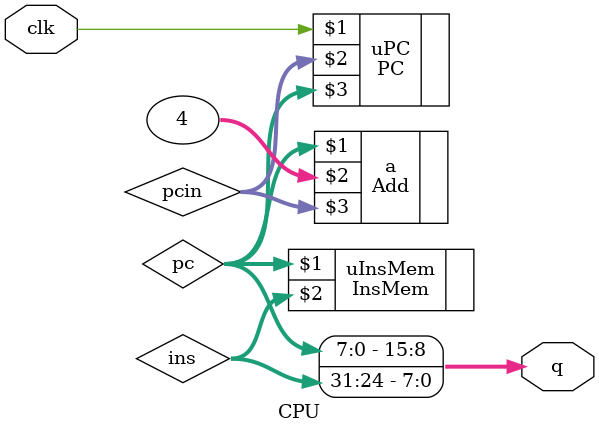
<source format=v>
module CPU(input clk,output wire[15:0] q);
    wire[31:0] pc;
    wire [31:0] pcin;
    wire[31:0] ins;
    assign q[15:8] = pc[7:0];
    assign q[7:0] = ins[31:24];
    PC uPC(clk,pcin,pc);
    Add a(pc,4,pcin);
    InsMem uInsMem (pc,ins);
endmodule
</source>
